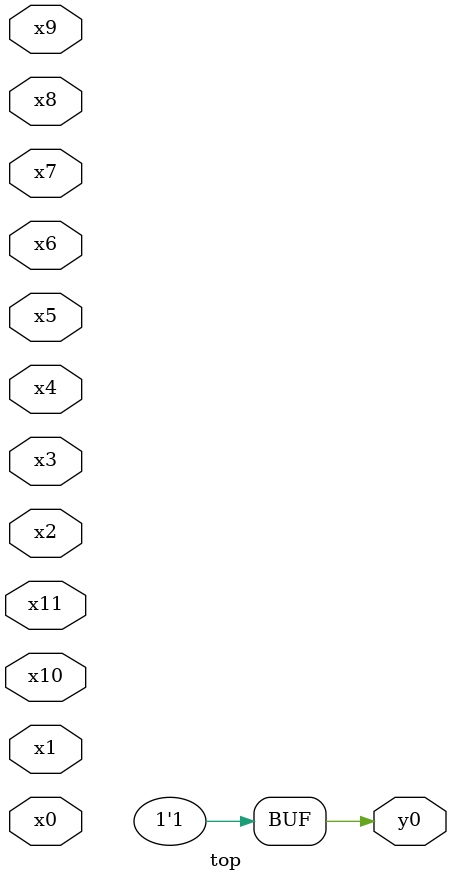
<source format=v>
module top( x0 , x1 , x2 , x3 , x4 , x5 , x6 , x7 , x8 , x9 , x10 , x11 , y0 );
  input x0 , x1 , x2 , x3 , x4 , x5 , x6 , x7 , x8 , x9 , x10 , x11 ;
  output y0 ;
  assign y0 = ~1'b0 ;
endmodule

</source>
